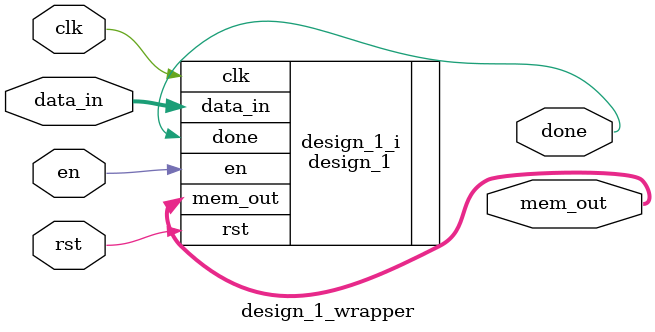
<source format=v>
`timescale 1 ps / 1 ps

module design_1_wrapper
   (clk,
    data_in,
    done,
    en,
    mem_out,
    rst);
  input clk;
  input [15:0]data_in;
  output done;
  input en;
  output [7:0]mem_out;
  input rst;

  wire clk;
  wire [15:0]data_in;
  wire done;
  wire en;
  wire [7:0]mem_out;
  wire rst;

  design_1 design_1_i
       (.clk(clk),
        .data_in(data_in),
        .done(done),
        .en(en),
        .mem_out(mem_out),
        .rst(rst));
endmodule

</source>
